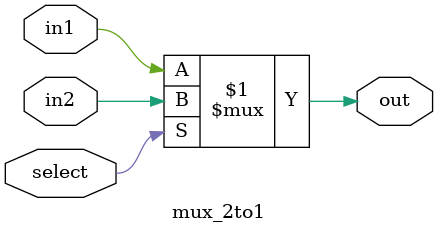
<source format=v>
`timescale 1ns / 1ps


module mux_2to1(in1, in2, select, out);
input in1, in2, select;

// define the output port
output out;

// assign one of the inputs to the output based upon select line input
assign out = select ? in2 : in1;
endmodule

</source>
